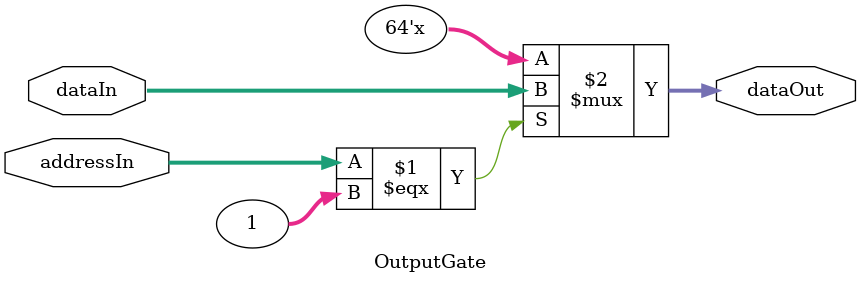
<source format=v>

module OutputGate #(
        parameter DATA_BUS_WIDTH = 64,
        parameter ADDR_BUS_WIDTH = 32,

        parameter ADDRESS = 1
    ) (
        input [ADDR_BUS_WIDTH-1:0] addressIn,

        input [DATA_BUS_WIDTH-1:0] dataIn,
        output wire [DATA_BUS_WIDTH-1:0] dataOut
    );

    assign dataOut = (addressIn === ADDRESS) ? dataIn : {DATA_BUS_WIDTH{1'bz}};

endmodule

</source>
